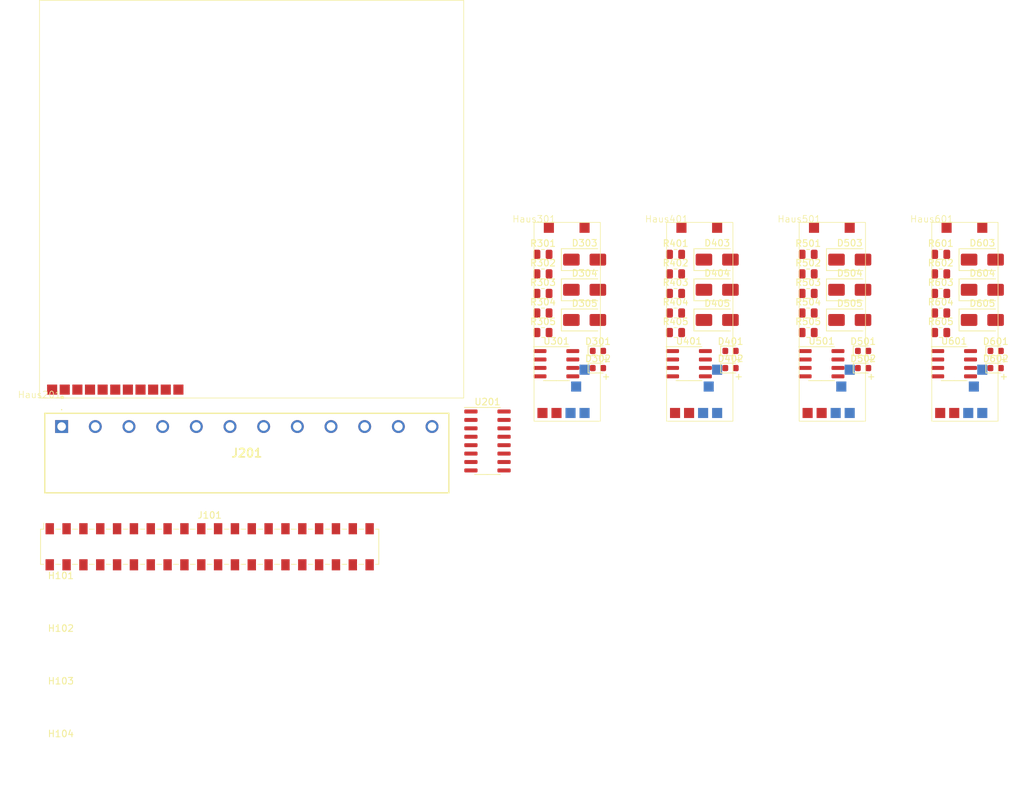
<source format=kicad_pcb>
(kicad_pcb (version 20221018) (generator pcbnew)
  (title_block (title "Heizung Pünterswis - pcb_zentral") (date "2023-11-19") (rev "0.1") (company "www.positron.ch") (comment 1 "Released under MIT Open-source License"))
  (layers (0 "F.Cu" signal) (31 "B.Cu" signal) (34 "B.Paste" user) (35 "F.Paste" user) (36 "B.SilkS" user "B.Silkscreen") (37 "F.SilkS" user "F.Silkscreen") (38 "B.Mask" user) (39 "F.Mask" user) (44 "Edge.Cuts" user))
  (net 0 "")
  (net 1 "GND")
  (net 2 "/Hausreihe D/Haus R/A")
  (net 3 "/Hausreihe D/Haus R/B")
  (net 4 "/Hausreihe D/Haus S/A")
  (net 5 "/Hausreihe D/Haus S/B")
  (net 6 "/Hausreihe D/485_0V")
  (net 7 "MODBUS_RO")
  (net 8 "MODBUS_DI")
  (net 9 "/Hausreihe D/BIT_IN")
  (net 10 "SHIFTREGISTER_OE")
  (net 11 "SHIFTREGISTER_CLOCK")
  (net 12 "/Hausreihe D/Haus R/ENABLE")
  (net 13 "/Hausreihe D/Haus S/ENABLE")
  (net 14 "/Hausreihe D/BIT_OUT")
  (net 24 "Net-(D301-K)")
  (net 25 "/Hausreihe D/Haus T/A")
  (net 26 "/Hausreihe D/Haus T/B")
  (net 27 "/Hausreihe D/Haus U/A")
  (net 28 "/Hausreihe D/Haus U/B")
  (net 29 "/Hausreihe D/Haus T/ENABLE")
  (net 30 "/Hausreihe D/Haus U/ENABLE")
  (net 66 "Net-(D302-K)")
  (net 67 "/Hausreihe D/Haus R/MODBUS_DE")
  (net 68 "Net-(D401-K)")
  (net 69 "+3V3")
  (net 70 "485_24V")
  (net 71 "/Hausreihe D/A")
  (net 72 "/Hausreihe D/B")
  (net 73 "Net-(D402-K)")
  (net 74 "/Hausreihe D/Haus S/MODBUS_DE")
  (net 75 "Net-(D501-K)")
  (net 76 "Net-(D502-K)")
  (net 77 "/Hausreihe D/Haus T/MODBUS_DE")
  (net 78 "Net-(D601-K)")
  (net 79 "Net-(D602-K)")
  (net 80 "/Hausreihe D/Haus U/MODBUS_DE")
  (net 81 "/Hausreihe D/Haus R/MODBUS_RE")
  (net 82 "/Hausreihe D/Haus S/MODBUS_RE")
  (net 83 "/Hausreihe D/Haus T/MODBUS_RE")
  (net 84 "/Hausreihe D/Haus U/MODBUS_RE")
  (footprint "Resistor_SMD:R_0805_2012Metric" (layer "F.Cu") (at 193.0985 170.243)
    (fp_text reference "R305" (at 0 -1.65) (layer "F.SilkS"))
    (fp_text value "4K7")
    (pad "1" smd roundrect (at -0.9125 0) (size 1.025 1.4) (layers "F.Cu" "F.Paste" "F.Mask") (roundrect_rratio 0.243902) (net 3 "/Hausreihe D/Haus R/B"))
    (pad "2" smd roundrect (at 0.9125 0) (size 1.025 1.4) (layers "F.Cu" "F.Paste" "F.Mask") (roundrect_rratio 0.243902) (net 69 "+3V3"))
  )
  (footprint "Resistor_SMD:R_0805_2012Metric" (layer "F.Cu") (at 253.0985 167.293)
    (fp_text reference "R604" (at 0 -1.65) (layer "F.SilkS"))
    (fp_text value "120")
    (pad "1" smd roundrect (at -0.9125 0) (size 1.025 1.4) (layers "F.Cu" "F.Paste" "F.Mask") (roundrect_rratio 0.243902) (net 27 "/Hausreihe D/Haus U/A"))
    (pad "2" smd roundrect (at 0.9125 0) (size 1.025 1.4) (layers "F.Cu" "F.Paste" "F.Mask") (roundrect_rratio 0.243902) (net 28 "/Hausreihe D/Haus U/B"))
  )
  (footprint "Diode_SMD:D_SMA" (layer "F.Cu") (at 239.3735 163.793)
    (fp_text reference "D504" (at 0 -2.5) (layer "F.SilkS"))
    (fp_text value "SMAJ6.5CA")
    (pad "1" smd roundrect (at -2 0) (size 2.5 1.8) (layers "F.Cu" "F.Paste" "F.Mask") (roundrect_rratio 0.1388888889) (net 26 "/Hausreihe D/Haus T/B"))
    (pad "2" smd roundrect (at 2 0) (size 2.5 1.8) (layers "F.Cu" "F.Paste" "F.Mask") (roundrect_rratio 0.1388888889) (net 25 "/Hausreihe D/Haus T/A"))
  )
  (footprint "Diode_SMD:D_SMA" (layer "F.Cu") (at 259.3735 159.243)
    (fp_text reference "D603" (at 0 -2.5) (layer "F.SilkS"))
    (fp_text value "SMAJ6.5CA")
    (pad "1" smd roundrect (at -2 0) (size 2.5 1.8) (layers "F.Cu" "F.Paste" "F.Mask") (roundrect_rratio 0.1388888889) (net 27 "/Hausreihe D/Haus U/A"))
    (pad "2" smd roundrect (at 2 0) (size 2.5 1.8) (layers "F.Cu" "F.Paste" "F.Mask") (roundrect_rratio 0.1388888889) (net 1 "GND"))
  )
  (footprint "Diode_SMD:D_SMA" (layer "F.Cu") (at 239.3735 168.343)
    (fp_text reference "D505" (at 0 -2.5) (layer "F.SilkS"))
    (fp_text value "SMAJ6.5CA")
    (pad "1" smd roundrect (at -2 0) (size 2.5 1.8) (layers "F.Cu" "F.Paste" "F.Mask") (roundrect_rratio 0.1388888889) (net 1 "GND"))
    (pad "2" smd roundrect (at 2 0) (size 2.5 1.8) (layers "F.Cu" "F.Paste" "F.Mask") (roundrect_rratio 0.1388888889) (net 26 "/Hausreihe D/Haus T/B"))
  )
  (footprint "Resistor_SMD:R_0805_2012Metric" (layer "F.Cu") (at 193.0985 158.443)
    (fp_text reference "R301" (at 0 -1.65) (layer "F.SilkS"))
    (fp_text value "470")
    (pad "1" smd roundrect (at -0.9125 0) (size 1.025 1.4) (layers "F.Cu" "F.Paste" "F.Mask") (roundrect_rratio 0.243902) (net 24 "Net-(D301-K)"))
    (pad "2" smd roundrect (at 0.9125 0) (size 1.025 1.4) (layers "F.Cu" "F.Paste" "F.Mask") (roundrect_rratio 0.243902) (net 81 "/Hausreihe D/Haus R/MODBUS_RE"))
  )
  (footprint "00_project_library:LED_0603_1608Metric" (layer "F.Cu") (at 221.3885 175.603)
    (fp_text reference "D402" (at 0 -1.43) (layer "F.SilkS"))
    (fp_text value "LED WHITE")
    (fp_text user "+" (at 0.508 1.8288 unlocked) (layer "F.SilkS") (effects (justify left bottom)))
    (pad "1" smd roundrect (at -0.7875 0) (size 0.875 0.95) (layers "F.Cu" "F.Paste" "F.Mask") (net 73 "Net-(D402-K)"))
    (pad "2" smd roundrect (at 0.7875 0) (size 0.875 0.95) (layers "F.Cu" "F.Paste" "F.Mask") (net 74 "/Hausreihe D/Haus S/MODBUS_DE"))
  )
  (footprint "Diode_SMD:D_SMA" (layer "F.Cu") (at 199.3735 159.243)
    (fp_text reference "D303" (at 0 -2.5) (layer "F.SilkS"))
    (fp_text value "SMAJ6.5CA")
    (pad "1" smd roundrect (at -2 0) (size 2.5 1.8) (layers "F.Cu" "F.Paste" "F.Mask") (roundrect_rratio 0.1388888889) (net 2 "/Hausreihe D/Haus R/A"))
    (pad "2" smd roundrect (at 2 0) (size 2.5 1.8) (layers "F.Cu" "F.Paste" "F.Mask") (roundrect_rratio 0.1388888889) (net 1 "GND"))
  )
  (footprint "Package_SO:SOIC-8_3.9x4.9mm_P1.27mm" (layer "F.Cu") (at 255.1185 174.943)
    (fp_text reference "U601" (at 0 -3.4) (layer "F.SilkS"))
    (fp_text value "SP3485EN-L/TR")
    (pad "1" smd roundrect (at -2.475 -1.905) (size 1.95 0.6) (layers "F.Cu" "F.Paste" "F.Mask") (net 7 "MODBUS_RO"))
    (pad "2" smd roundrect (at -2.475 -0.635) (size 1.95 0.6) (layers "F.Cu" "F.Paste" "F.Mask") (net 84 "/Hausreihe D/Haus U/MODBUS_RE"))
    (pad "3" smd roundrect (at -2.475 0.635) (size 1.95 0.6) (layers "F.Cu" "F.Paste" "F.Mask") (net 80 "/Hausreihe D/Haus U/MODBUS_DE"))
    (pad "4" smd roundrect (at -2.475 1.905) (size 1.95 0.6) (layers "F.Cu" "F.Paste" "F.Mask") (net 8 "MODBUS_DI"))
    (pad "5" smd roundrect (at 2.475 1.905) (size 1.95 0.6) (layers "F.Cu" "F.Paste" "F.Mask") (net 1 "GND"))
    (pad "6" smd roundrect (at 2.475 0.635) (size 1.95 0.6) (layers "F.Cu" "F.Paste" "F.Mask") (net 27 "/Hausreihe D/Haus U/A"))
    (pad "7" smd roundrect (at 2.475 -0.635) (size 1.95 0.6) (layers "F.Cu" "F.Paste" "F.Mask") (net 28 "/Hausreihe D/Haus U/B"))
    (pad "8" smd roundrect (at 2.475 -1.905) (size 1.95 0.6) (layers "F.Cu" "F.Paste" "F.Mask") (net 69 "+3V3"))
  )
  (footprint "Resistor_SMD:R_0805_2012Metric" (layer "F.Cu") (at 233.0985 164.343)
    (fp_text reference "R503" (at 0 -1.65) (layer "F.SilkS"))
    (fp_text value "4K7")
    (pad "1" smd roundrect (at -0.9125 0) (size 1.025 1.4) (layers "F.Cu" "F.Paste" "F.Mask") (roundrect_rratio 0.243902) (net 1 "GND"))
    (pad "2" smd roundrect (at 0.9125 0) (size 1.025 1.4) (layers "F.Cu" "F.Paste" "F.Mask") (roundrect_rratio 0.243902) (net 25 "/Hausreihe D/Haus T/A"))
  )
  (footprint "Resistor_SMD:R_0805_2012Metric" (layer "F.Cu") (at 213.0985 161.393)
    (fp_text reference "R402" (at 0 -1.65) (layer "F.SilkS"))
    (fp_text value "470")
    (pad "1" smd roundrect (at -0.9125 0) (size 1.025 1.4) (layers "F.Cu" "F.Paste" "F.Mask") (roundrect_rratio 0.243902) (net 73 "Net-(D402-K)"))
    (pad "2" smd roundrect (at 0.9125 0) (size 1.025 1.4) (layers "F.Cu" "F.Paste" "F.Mask") (roundrect_rratio 0.243902) (net 1 "GND"))
  )
  (footprint "Diode_SMD:D_SMA" (layer "F.Cu") (at 259.3735 163.793)
    (fp_text reference "D604" (at 0 -2.5) (layer "F.SilkS"))
    (fp_text value "SMAJ6.5CA")
    (pad "1" smd roundrect (at -2 0) (size 2.5 1.8) (layers "F.Cu" "F.Paste" "F.Mask") (roundrect_rratio 0.1388888889) (net 28 "/Hausreihe D/Haus U/B"))
    (pad "2" smd roundrect (at 2 0) (size 2.5 1.8) (layers "F.Cu" "F.Paste" "F.Mask") (roundrect_rratio 0.1388888889) (net 27 "/Hausreihe D/Haus U/A"))
  )
  (footprint "Resistor_SMD:R_0805_2012Metric" (layer "F.Cu") (at 213.0985 167.293)
    (fp_text reference "R404" (at 0 -1.65) (layer "F.SilkS"))
    (fp_text value "120")
    (pad "1" smd roundrect (at -0.9125 0) (size 1.025 1.4) (layers "F.Cu" "F.Paste" "F.Mask") (roundrect_rratio 0.243902) (net 4 "/Hausreihe D/Haus S/A"))
    (pad "2" smd roundrect (at 0.9125 0) (size 1.025 1.4) (layers "F.Cu" "F.Paste" "F.Mask") (roundrect_rratio 0.243902) (net 5 "/Hausreihe D/Haus S/B"))
  )
  (footprint "Diode_SMD:D_SMA" (layer "F.Cu") (at 219.3735 168.343)
    (fp_text reference "D405" (at 0 -2.5) (layer "F.SilkS"))
    (fp_text value "SMAJ6.5CA")
    (pad "1" smd roundrect (at -2 0) (size 2.5 1.8) (layers "F.Cu" "F.Paste" "F.Mask") (roundrect_rratio 0.1388888889) (net 1 "GND"))
    (pad "2" smd roundrect (at 2 0) (size 2.5 1.8) (layers "F.Cu" "F.Paste" "F.Mask") (roundrect_rratio 0.1388888889) (net 5 "/Hausreihe D/Haus S/B"))
  )
  (footprint "Resistor_SMD:R_0805_2012Metric" (layer "F.Cu") (at 233.0985 158.443)
    (fp_text reference "R501" (at 0 -1.65) (layer "F.SilkS"))
    (fp_text value "470")
    (pad "1" smd roundrect (at -0.9125 0) (size 1.025 1.4) (layers "F.Cu" "F.Paste" "F.Mask") (roundrect_rratio 0.243902) (net 75 "Net-(D501-K)"))
    (pad "2" smd roundrect (at 0.9125 0) (size 1.025 1.4) (layers "F.Cu" "F.Paste" "F.Mask") (roundrect_rratio 0.243902) (net 83 "/Hausreihe D/Haus T/MODBUS_RE"))
  )
  (footprint "Diode_SMD:D_SMA" (layer "F.Cu") (at 239.3735 159.243)
    (fp_text reference "D503" (at 0 -2.5) (layer "F.SilkS"))
    (fp_text value "SMAJ6.5CA")
    (pad "1" smd roundrect (at -2 0) (size 2.5 1.8) (layers "F.Cu" "F.Paste" "F.Mask") (roundrect_rratio 0.1388888889) (net 25 "/Hausreihe D/Haus T/A"))
    (pad "2" smd roundrect (at 2 0) (size 2.5 1.8) (layers "F.Cu" "F.Paste" "F.Mask") (roundrect_rratio 0.1388888889) (net 1 "GND"))
  )
  (footprint "MountingHole:MountingHole_3.2mm_M3" (layer "F.Cu") (at 120.3605 234.969)
    (fp_text reference "H104" (at 0 -4.2) (layer "F.SilkS"))
    (fp_text value "MountingHole")
    (pad "" np_thru_hole circle (at 0 0) (size 3.2 3.2) (drill 3.2) (layers "*.Cu" "*.Mask"))
  )
  (footprint "00_project_library:weidmueller_SL5.08HC-12-90" (layer "F.Cu") (at 120.4755 184.424)
    (fp_text reference "J201" (at 27.94 4) (layer "F.SilkS") (effects (font (size 1.27 1.27) (thickness 0.254))))
    (fp_text value "weidmueller_SL5.08HC-12-90" hide)
    (fp_text user "*" (at -0.4064 -3.5052 unlocked) (layer "F.SilkS") (effects (justify left bottom)))
    (pad "1" thru_hole rect (at 0 0) (size 1.95 1.95) (drill 1.3) (layers "*.Cu" "*.Mask") (net 6 "/Hausreihe D/485_0V"))
    (pad "2" thru_hole circle (at 5.08 0) (size 1.95 1.95) (drill 1.3) (layers "*.Cu" "*.Mask") (net 70 "485_24V"))
    (pad "3" thru_hole circle (at 10.16 0) (size 1.95 1.95) (drill 1.3) (layers "*.Cu" "*.Mask"))
    (pad "4" thru_hole circle (at 15.24 0) (size 1.95 1.95) (drill 1.3) (layers "*.Cu" "*.Mask"))
    (pad "5" thru_hole circle (at 20.32 0) (size 1.95 1.95) (drill 1.3) (layers "*.Cu" "*.Mask") (net 2 "/Hausreihe D/Haus R/A"))
    (pad "6" thru_hole circle (at 25.4 0) (size 1.95 1.95) (drill 1.3) (layers "*.Cu" "*.Mask") (net 3 "/Hausreihe D/Haus R/B"))
    (pad "7" thru_hole circle (at 30.48 0) (size 1.95 1.95) (drill 1.3) (layers "*.Cu" "*.Mask") (net 4 "/Hausreihe D/Haus S/A"))
    (pad "8" thru_hole circle (at 35.56 0) (size 1.95 1.95) (drill 1.3) (layers "*.Cu" "*.Mask"))
    (pad "9" thru_hole circle (at 40.64 0) (size 1.95 1.95) (drill 1.3) (layers "*.Cu" "*.Mask"))
    (pad "10" thru_hole circle (at 45.72 0) (size 1.95 1.95) (drill 1.3) (layers "*.Cu" "*.Mask"))
    (pad "11" thru_hole circle (at 50.8 0) (size 1.95 1.95) (drill 1.3) (layers "*.Cu" "*.Mask"))
    (pad "12" thru_hole circle (at 55.88 0) (size 1.95 1.95) (drill 1.3) (layers "*.Cu" "*.Mask"))
  )
  (footprint "Resistor_SMD:R_0805_2012Metric" (layer "F.Cu") (at 253.0985 164.343)
    (fp_text reference "R603" (at 0 -1.65) (layer "F.SilkS"))
    (fp_text value "4K7")
    (pad "1" smd roundrect (at -0.9125 0) (size 1.025 1.4) (layers "F.Cu" "F.Paste" "F.Mask") (roundrect_rratio 0.243902) (net 1 "GND"))
    (pad "2" smd roundrect (at 0.9125 0) (size 1.025 1.4) (layers "F.Cu" "F.Paste" "F.Mask") (roundrect_rratio 0.243902) (net 27 "/Hausreihe D/Haus U/A"))
  )
  (footprint "00_project_library:LED_0603_1608Metric" (layer "F.Cu") (at 221.3885 173.013)
    (fp_text reference "D401" (at 0 -1.43) (layer "F.SilkS"))
    (fp_text value "LED GREEN")
    (fp_text user "+" (at 0.508 1.8288 unlocked) (layer "F.SilkS") (effects (justify left bottom)))
    (pad "1" smd roundrect (at -0.7875 0) (size 0.875 0.95) (layers "F.Cu" "F.Paste" "F.Mask") (net 68 "Net-(D401-K)"))
    (pad "2" smd roundrect (at 0.7875 0) (size 0.875 0.95) (layers "F.Cu" "F.Paste" "F.Mask") (net 69 "+3V3"))
  )
  (footprint "Resistor_SMD:R_0805_2012Metric" (layer "F.Cu") (at 253.0985 161.393)
    (fp_text reference "R602" (at 0 -1.65) (layer "F.SilkS"))
    (fp_text value "470")
    (pad "1" smd roundrect (at -0.9125 0) (size 1.025 1.4) (layers "F.Cu" "F.Paste" "F.Mask") (roundrect_rratio 0.243902) (net 79 "Net-(D602-K)"))
    (pad "2" smd roundrect (at 0.9125 0) (size 1.025 1.4) (layers "F.Cu" "F.Paste" "F.Mask") (roundrect_rratio 0.243902) (net 1 "GND"))
  )
  (footprint "Resistor_SMD:R_0805_2012Metric" (layer "F.Cu") (at 233.0985 167.293)
    (fp_text reference "R504" (at 0 -1.65) (layer "F.SilkS"))
    (fp_text value "120")
    (pad "1" smd roundrect (at -0.9125 0) (size 1.025 1.4) (layers "F.Cu" "F.Paste" "F.Mask") (roundrect_rratio 0.243902) (net 25 "/Hausreihe D/Haus T/A"))
    (pad "2" smd roundrect (at 0.9125 0) (size 1.025 1.4) (layers "F.Cu" "F.Paste" "F.Mask") (roundrect_rratio 0.243902) (net 26 "/Hausreihe D/Haus T/B"))
  )
  (footprint "00_project_library:LED_0603_1608Metric" (layer "F.Cu") (at 261.3885 173.013)
    (fp_text reference "D601" (at 0 -1.43) (layer "F.SilkS"))
    (fp_text value "LED GREEN")
    (fp_text user "+" (at 0.508 1.8288 unlocked) (layer "F.SilkS") (effects (justify left bottom)))
    (pad "1" smd roundrect (at -0.7875 0) (size 0.875 0.95) (layers "F.Cu" "F.Paste" "F.Mask") (net 78 "Net-(D601-K)"))
    (pad "2" smd roundrect (at 0.7875 0) (size 0.875 0.95) (layers "F.Cu" "F.Paste" "F.Mask") (net 69 "+3V3"))
  )
  (footprint "Package_SO:SOIC-8_3.9x4.9mm_P1.27mm" (layer "F.Cu") (at 215.1185 174.943)
    (fp_text reference "U401" (at 0 -3.4) (layer "F.SilkS"))
    (fp_text value "SP3485EN-L/TR")
    (pad "1" smd roundrect (at -2.475 -1.905) (size 1.95 0.6) (layers "F.Cu" "F.Paste" "F.Mask") (net 7 "MODBUS_RO"))
    (pad "2" smd roundrect (at -2.475 -0.635) (size 1.95 0.6) (layers "F.Cu" "F.Paste" "F.Mask") (net 82 "/Hausreihe D/Haus S/MODBUS_RE"))
    (pad "3" smd roundrect (at -2.475 0.635) (size 1.95 0.6) (layers "F.Cu" "F.Paste" "F.Mask") (net 74 "/Hausreihe D/Haus S/MODBUS_DE"))
    (pad "4" smd roundrect (at -2.475 1.905) (size 1.95 0.6) (layers "F.Cu" "F.Paste" "F.Mask") (net 8 "MODBUS_DI"))
    (pad "5" smd roundrect (at 2.475 1.905) (size 1.95 0.6) (layers "F.Cu" "F.Paste" "F.Mask") (net 1 "GND"))
    (pad "6" smd roundrect (at 2.475 0.635) (size 1.95 0.6) (layers "F.Cu" "F.Paste" "F.Mask") (net 4 "/Hausreihe D/Haus S/A"))
    (pad "7" smd roundrect (at 2.475 -0.635) (size 1.95 0.6) (layers "F.Cu" "F.Paste" "F.Mask") (net 5 "/Hausreihe D/Haus S/B"))
    (pad "8" smd roundrect (at 2.475 -1.905) (size 1.95 0.6) (layers "F.Cu" "F.Paste" "F.Mask") (net 69 "+3V3"))
  )
  (footprint "00_project_library:LED_0603_1608Metric" (layer "F.Cu") (at 261.3885 175.603)
    (fp_text reference "D602" (at 0 -1.43) (layer "F.SilkS"))
    (fp_text value "LED WHITE")
    (fp_text user "+" (at 0.508 1.8288 unlocked) (layer "F.SilkS") (effects (justify left bottom)))
    (pad "1" smd roundrect (at -0.7875 0) (size 0.875 0.95) (layers "F.Cu" "F.Paste" "F.Mask") (net 79 "Net-(D602-K)"))
    (pad "2" smd roundrect (at 0.7875 0) (size 0.875 0.95) (layers "F.Cu" "F.Paste" "F.Mask") (net 80 "/Hausreihe D/Haus U/MODBUS_DE"))
  )
  (footprint "00_project_library:floor_Haus" (layer "F.Cu") (at 211.7455 153.624)
    (fp_text reference "Haus401" (at 0 -0.5 unlocked) (layer "F.SilkS") (effects (font (thickness 0.1))))
    (fp_text value "~")
    (pad "1" connect rect (at 2.2352 0.8128) (size 1.524 1.524) (layers "F.Cu" "F.Mask") (net 4 "/Hausreihe D/Haus S/A"))
    (pad "2" connect rect (at 7.62 0.8128) (size 1.524 1.524) (layers "F.Cu" "F.Mask") (net 5 "/Hausreihe D/Haus S/B"))
    (pad "3" connect rect (at 1.27 28.7528) (size 1.524 1.524) (layers "F.Cu" "F.Mask") (net 69 "+3V3"))
    (pad "4" connect rect (at 3.386666 28.7528) (size 1.524 1.524) (layers "F.Cu" "F.Mask") (net 13 "/Hausreihe D/Haus S/ENABLE"))
    (pad "5" connect rect (at 5.503332 28.7528) (size 1.524 1.524) (layers "B.Cu" "B.Mask") (net 7 "MODBUS_RO"))
    (pad "6" connect rect (at 7.62 28.7528) (size 1.524 1.524) (layers "B.Cu" "B.Mask") (net 8 "MODBUS_DI"))
    (pad "7" connect rect (at 6.35 24.765) (size 1.524 1.524) (layers "B.Cu" "B.Mask") (net 82 "/Hausreihe D/Haus S/MODBUS_RE"))
    (pad "8" connect rect (at 7.62 22.225) (size 1.524 1.524) (layers "B.Cu" "B.Mask") (net 74 "/Hausreihe D/Haus S/MODBUS_DE"))
  )
  (footprint "Package_SO:SOP-16_3.9x9.9mm_P1.27mm" (layer "F.Cu") (at 184.7205 186.599)
    (fp_text reference "U201" (at 0 -5.9) (layer "F.SilkS"))
    (fp_text value "shiftregister_74HC595")
    (pad "1" smd roundrect (at -2.5 -4.445) (size 2 0.6) (layers "F.Cu" "F.Paste" "F.Mask") (net 67 "/Hausreihe D/Haus R/MODBUS_DE"))
    (pad "2" smd roundrect (at -2.5 -3.175) (size 2 0.6) (layers "F.Cu" "F.Paste" "F.Mask"))
    (pad "3" smd roundrect (at -2.5 -1.905) (size 2 0.6) (layers "F.Cu" "F.Paste" "F.Mask"))
    (pad "4" smd roundrect (at -2.5 -0.635) (size 2 0.6) (layers "F.Cu" "F.Paste" "F.Mask"))
    (pad "5" smd roundrect (at -2.5 0.635) (size 2 0.6) (layers "F.Cu" "F.Paste" "F.Mask"))
    (pad "6" smd roundrect (at -2.5 1.905) (size 2 0.6) (layers "F.Cu" "F.Paste" "F.Mask"))
    (pad "7" smd roundrect (at -2.5 3.175) (size 2 0.6) (layers "F.Cu" "F.Paste" "F.Mask"))
    (pad "8" smd roundrect (at -2.5 4.445) (size 2 0.6) (layers "F.Cu" "F.Paste" "F.Mask") (net 1 "GND"))
    (pad "9" smd roundrect (at 2.5 4.445) (size 2 0.6) (layers "F.Cu" "F.Paste" "F.Mask") (net 14 "/Hausreihe D/BIT_OUT"))
    (pad "10" smd roundrect (at 2.5 3.175) (size 2 0.6) (layers "F.Cu" "F.Paste" "F.Mask"))
    (pad "11" smd roundrect (at 2.5 1.905) (size 2 0.6) (layers "F.Cu" "F.Paste" "F.Mask") (net 11 "SHIFTREGISTER_CLOCK"))
    (pad "12" smd roundrect (at 2.5 0.635) (size 2 0.6) (layers "F.Cu" "F.Paste" "F.Mask"))
    (pad "13" smd roundrect (at 2.5 -0.635) (size 2 0.6) (layers "F.Cu" "F.Paste" "F.Mask") (net 10 "SHIFTREGISTER_OE"))
    (pad "14" smd roundrect (at 2.5 -1.905) (size 2 0.6) (layers "F.Cu" "F.Paste" "F.Mask") (net 9 "/Hausreihe D/BIT_IN"))
    (pad "15" smd roundrect (at 2.5 -3.175) (size 2 0.6) (layers "F.Cu" "F.Paste" "F.Mask") (net 81 "/Hausreihe D/Haus R/MODBUS_RE"))
    (pad "16" smd roundrect (at 2.5 -4.445) (size 2 0.6) (layers "F.Cu" "F.Paste" "F.Mask"))
  )
  (footprint "Resistor_SMD:R_0805_2012Metric" (layer "F.Cu") (at 193.0985 167.293)
    (fp_text reference "R304" (at 0 -1.65) (layer "F.SilkS"))
    (fp_text value "120")
    (pad "1" smd roundrect (at -0.9125 0) (size 1.025 1.4) (layers "F.Cu" "F.Paste" "F.Mask") (roundrect_rratio 0.243902) (net 2 "/Hausreihe D/Haus R/A"))
    (pad "2" smd roundrect (at 0.9125 0) (size 1.025 1.4) (layers "F.Cu" "F.Paste" "F.Mask") (roundrect_rratio 0.243902) (net 3 "/Hausreihe D/Haus R/B"))
  )
  (footprint "Resistor_SMD:R_0805_2012Metric" (layer "F.Cu") (at 233.0985 170.243)
    (fp_text reference "R505" (at 0 -1.65) (layer "F.SilkS"))
    (fp_text value "4K7")
    (pad "1" smd roundrect (at -0.9125 0) (size 1.025 1.4) (layers "F.Cu" "F.Paste" "F.Mask") (roundrect_rratio 0.243902) (net 26 "/Hausreihe D/Haus T/B"))
    (pad "2" smd roundrect (at 0.9125 0) (size 1.025 1.4) (layers "F.Cu" "F.Paste" "F.Mask") (roundrect_rratio 0.243902) (net 69 "+3V3"))
  )
  (footprint "00_project_library:LED_0603_1608Metric" (layer "F.Cu") (at 241.3885 175.603)
    (fp_text reference "D502" (at 0 -1.43) (layer "F.SilkS"))
    (fp_text value "LED WHITE")
    (fp_text user "+" (at 0.508 1.8288 unlocked) (layer "F.SilkS") (effects (justify left bottom)))
    (pad "1" smd roundrect (at -0.7875 0) (size 0.875 0.95) (layers "F.Cu" "F.Paste" "F.Mask") (net 76 "Net-(D502-K)"))
    (pad "2" smd roundrect (at 0.7875 0) (size 0.875 0.95) (layers "F.Cu" "F.Paste" "F.Mask") (net 77 "/Hausreihe D/Haus T/MODBUS_DE"))
  )
  (footprint "MountingHole:MountingHole_3.2mm_M3" (layer "F.Cu") (at 120.3605 211.119)
    (fp_text reference "H101" (at 0 -4.2) (layer "F.SilkS"))
    (fp_text value "MountingHole")
    (pad "" np_thru_hole circle (at 0 0) (size 3.2 3.2) (drill 3.2) (layers "*.Cu" "*.Mask"))
  )
  (footprint "00_project_library:rpi_zero_bottom" (layer "F.Cu") (at 142.8105 202.559)
    (fp_text reference "J101" (at 0 -4.76) (layer "F.SilkS"))
    (fp_text value "pi_zero" hide)
    (pad "" np_thru_hole circle (at -24.13 -1.27) (size 0.97 0.97) (drill 0.97) (layers "*.Cu" "*.Mask"))
    (pad "" np_thru_hole circle (at -24.13 1.27) (size 0.97 0.97) (drill 0.97) (layers "*.Cu" "*.Mask"))
    (pad "" np_thru_hole circle (at -22.86 0) (size 1.78 1.78) (drill 1.78) (layers "*.Cu" "*.Mask"))
    (pad "" np_thru_hole circle (at -21.59 -1.27) (size 0.97 0.97) (drill 0.97) (layers "*.Cu" "*.Mask"))
    (pad "" np_thru_hole circle (at -21.59 1.27) (size 0.97 0.97) (drill 0.97) (layers "*.Cu" "*.Mask"))
    (pad "" np_thru_hole circle (at -19.05 -1.27) (size 0.97 0.97) (drill 0.97) (layers "*.Cu" "*.Mask"))
    (pad "" np_thru_hole circle (at -19.05 1.27) (size 0.97 0.97) (drill 0.97) (layers "*.Cu" "*.Mask"))
    (pad "" np_thru_hole circle (at -16.51 -1.27) (size 0.97 0.97) (drill 0.97) (layers "*.Cu" "*.Mask"))
    (pad "" np_thru_hole circle (at -16.51 1.27) (size 0.97 0.97) (drill 0.97) (layers "*.Cu" "*.Mask"))
    (pad "" np_thru_hole circle (at -13.97 -1.27) (size 0.97 0.97) (drill 0.97) (layers "*.Cu" "*.Mask"))
    (pad "" np_thru_hole circle (at -13.97 1.27) (size 0.97 0.97) (drill 0.97) (layers "*.Cu" "*.Mask"))
    (pad "" np_thru_hole circle (at -11.43 -1.27) (size 0.97 0.97) (drill 0.97) (layers "*.Cu" "*.Mask"))
    (pad "" np_thru_hole circle (at -11.43 1.27) (size 0.97 0.97) (drill 0.97) (layers "*.Cu" "*.Mask"))
    (pad "" np_thru_hole circle (at -8.89 -1.27) (size 0.97 0.97) (drill 0.97) (layers "*.Cu" "*.Mask"))
    (pad "" np_thru_hole circle (at -8.89 1.27) (size 0.97 0.97) (drill 0.97) (layers "*.Cu" "*.Mask"))
    (pad "" np_thru_hole circle (at -6.35 -1.27) (size 0.97 0.97) (drill 0.97) (layers "*.Cu" "*.Mask"))
    (pad "" np_thru_hole circle (at -6.35 1.27) (size 0.97 0.97) (drill 0.97) (layers "*.Cu" "*.Mask"))
    (pad "" np_thru_hole circle (at -3.81 -1.27) (size 0.97 0.97) (drill 0.97) (layers "*.Cu" "*.Mask"))
    (pad "" np_thru_hole circle (at -3.81 1.27) (size 0.97 0.97) (drill 0.97) (layers "*.Cu" "*.Mask"))
    (pad "" np_thru_hole circle (at -1.27 -1.27) (size 0.97 0.97) (drill 0.97) (layers "*.Cu" "*.Mask"))
    (pad "" np_thru_hole circle (at -1.27 1.27) (size 0.97 0.97) (drill 0.97) (layers "*.Cu" "*.Mask"))
    (pad "" np_thru_hole circle (at 1.27 -1.27) (size 0.97 0.97) (drill 0.97) (layers "*.Cu" "*.Mask"))
    (pad "" np_thru_hole circle (at 1.27 1.27) (size 0.97 0.97) (drill 0.97) (layers "*.Cu" "*.Mask"))
    (pad "" np_thru_hole circle (at 3.81 -1.27) (size 0.97 0.97) (drill 0.97) (layers "*.Cu" "*.Mask"))
    (pad "" np_thru_hole circle (at 3.81 1.27) (size 0.97 0.97) (drill 0.97) (layers "*.Cu" "*.Mask"))
    (pad "" np_thru_hole circle (at 6.35 -1.27) (size 0.97 0.97) (drill 0.97) (layers "*.Cu" "*.Mask"))
    (pad "" np_thru_hole circle (at 6.35 1.27) (size 0.97 0.97) (drill 0.97) (layers "*.Cu" "*.Mask"))
    (pad "" np_thru_hole circle (at 8.89 -1.27) (size 0.97 0.97) (drill 0.97) (layers "*.Cu" "*.Mask"))
    (pad "" np_thru_hole circle (at 8.89 1.27) (size 0.97 0.97) (drill 0.97) (layers "*.Cu" "*.Mask"))
    (pad "" np_thru_hole circle (at 11.43 -1.27) (size 0.97 0.97) (drill 0.97) (layers "*.Cu" "*.Mask"))
    (pad "" np_thru_hole circle (at 11.43 1.27) (size 0.97 0.97) (drill 0.97) (layers "*.Cu" "*.Mask"))
    (pad "" np_thru_hole circle (at 13.97 -1.27) (size 0.97 0.97) (drill 0.97) (layers "*.Cu" "*.Mask"))
    (pad "" np_thru_hole circle (at 13.97 1.27) (size 0.97 0.97) (drill 0.97) (layers "*.Cu" "*.Mask"))
    (pad "" np_thru_hole circle (at 16.51 -1.27) (size 0.97 0.97) (drill 0.97) (layers "*.Cu" "*.Mask"))
    (pad "" np_thru_hole circle (at 16.51 1.27) (size 0.97 0.97) (drill 0.97) (layers "*.Cu" "*.Mask"))
    (pad "" np_thru_hole circle (at 19.05 -1.27) (size 0.97 0.97) (drill 0.97) (layers "*.Cu" "*.Mask"))
    (pad "" np_thru_hole circle (at 19.05 1.27) (size 0.97 0.97) (drill 0.97) (layers "*.Cu" "*.Mask"))
    (pad "" np_thru_hole circle (at 21.59 -1.27) (size 0.97 0.97) (drill 0.97) (layers "*.Cu" "*.Mask"))
    (pad "" np_thru_hole circle (at 21.59 1.27) (size 0.97 0.97) (drill 0.97) (layers "*.Cu" "*.Mask"))
    (pad "" np_thru_hole circle (at 22.86 0) (size 1.78 1.78) (drill 1.78) (layers "*.Cu" "*.Mask"))
    (pad "" np_thru_hole circle (at 24.13 -1.27) (size 0.97 0.97) (drill 0.97) (layers "*.Cu" "*.Mask"))
    (pad "" np_thru_hole circle (at 24.13 1.27) (size 0.97 0.97) (drill 0.97) (layers "*.Cu" "*.Mask"))
    (pad "1" smd rect (at -24.13 -2.72) (size 1.27 1.68) (layers "F.Cu" "F.Paste" "F.Mask"))
    (pad "2" smd rect (at -24.13 2.72) (size 1.27 1.68) (layers "F.Cu" "F.Paste" "F.Mask"))
    (pad "3" smd rect (at -21.59 -2.72) (size 1.27 1.68) (layers "F.Cu" "F.Paste" "F.Mask"))
    (pad "4" smd rect (at -21.59 2.72) (size 1.27 1.68) (layers "F.Cu" "F.Paste" "F.Mask"))
    (pad "5" smd rect (at -19.05 -2.72) (size 1.27 1.68) (layers "F.Cu" "F.Paste" "F.Mask"))
    (pad "6" smd rect (at -19.05 2.72) (size 1.27 1.68) (layers "F.Cu" "F.Paste" "F.Mask"))
    (pad "7" smd rect (at -16.51 -2.72) (size 1.27 1.68) (layers "F.Cu" "F.Paste" "F.Mask"))
    (pad "8" smd rect (at -16.51 2.72) (size 1.27 1.68) (layers "F.Cu" "F.Paste" "F.Mask") (net 7 "MODBUS_RO"))
    (pad "9" smd rect (at -13.97 -2.72) (size 1.27 1.68) (layers "F.Cu" "F.Paste" "F.Mask"))
    (pad "10" smd rect (at -13.97 2.72) (size 1.27 1.68) (layers "F.Cu" "F.Paste" "F.Mask") (net 8 "MODBUS_DI"))
    (pad "11" smd rect (at -11.43 -2.72) (size 1.27 1.68) (layers "F.Cu" "F.Paste" "F.Mask"))
    (pad "12" smd rect (at -11.43 2.72) (size 1.27 1.68) (layers "F.Cu" "F.Paste" "F.Mask") (net 9 "/Hausreihe D/BIT_IN"))
    (pad "13" smd rect (at -8.89 -2.72) (size 1.27 1.68) (layers "F.Cu" "F.Paste" "F.Mask"))
    (pad "14" smd rect (at -8.89 2.72) (size 1.27 1.68) (layers "F.Cu" "F.Paste" "F.Mask"))
    (pad "15" smd rect (at -6.35 -2.72) (size 1.27 1.68) (layers "F.Cu" "F.Paste" "F.Mask"))
    (pad "16" smd rect (at -6.35 2.72) (size 1.27 1.68) (layers "F.Cu" "F.Paste" "F.Mask") (net 10 "SHIFTREGISTER_OE"))
    (pad "17" smd rect (at -3.81 -2.72) (size 1.27 1.68) (layers "F.Cu" "F.Paste" "F.Mask"))
    (pad "18" smd rect (at -3.81 2.72) (size 1.27 1.68) (layers "F.Cu" "F.Paste" "F.Mask") (net 11 "SHIFTREGISTER_CLOCK"))
    (pad "19" smd rect (at -1.27 -2.72) (size 1.27 1.68) (layers "F.Cu" "F.Paste" "F.Mask"))
    (pad "20" smd rect (at -1.27 2.72) (size 1.27 1.68) (layers "F.Cu" "F.Paste" "F.Mask"))
    (pad "21" smd rect (at 1.27 -2.72) (size 1.27 1.68) (layers "F.Cu" "F.Paste" "F.Mask"))
    (pad "22" smd rect (at 1.27 2.72) (size 1.27 1.68) (layers "F.Cu" "F.Paste" "F.Mask"))
    (pad "23" smd rect (at 3.81 -2.72) (size 1.27 1.68) (layers "F.Cu" "F.Paste" "F.Mask"))
    (pad "24" smd rect (at 3.81 2.72) (size 1.27 1.68) (layers "F.Cu" "F.Paste" "F.Mask"))
    (pad "25" smd rect (at 6.35 -2.72) (size 1.27 1.68) (layers "F.Cu" "F.Paste" "F.Mask"))
    (pad "26" smd rect (at 6.35 2.72) (size 1.27 1.68) (layers "F.Cu" "F.Paste" "F.Mask"))
    (pad "27" smd rect (at 8.89 -2.72) (size 1.27 1.68) (layers "F.Cu" "F.Paste" "F.Mask"))
    (pad "28" smd rect (at 8.89 2.72) (size 1.27 1.68) (layers "F.Cu" "F.Paste" "F.Mask"))
    (pad "29" smd rect (at 11.43 -2.72) (size 1.27 1.68) (layers "F.Cu" "F.Paste" "F.Mask"))
    (pad "30" smd rect (at 11.43 2.72) (size 1.27 1.68) (layers "F.Cu" "F.Paste" "F.Mask"))
    (pad "31" smd rect (at 13.97 -2.72) (size 1.27 1.68) (layers "F.Cu" "F.Paste" "F.Mask"))
    (pad "32" smd rect (at 13.97 2.72) (size 1.27 1.68) (layers "F.Cu" "F.Paste" "F.Mask"))
    (pad "33" smd rect (at 16.51 -2.72) (size 1.27 1.68) (layers "F.Cu" "F.Paste" "F.Mask"))
    (pad "34" smd rect (at 16.51 2.72) (size 1.27 1.68) (layers "F.Cu" "F.Paste" "F.Mask"))
    (pad "35" smd rect (at 19.05 -2.72) (size 1.27 1.68) (layers "F.Cu" "F.Paste" "F.Mask"))
    (pad "36" smd rect (at 19.05 2.72) (size 1.27 1.68) (layers "F.Cu" "F.Paste" "F.Mask"))
    (pad "37" smd rect (at 21.59 -2.72) (size 1.27 1.68) (layers "F.Cu" "F.Paste" "F.Mask"))
    (pad "38" smd rect (at 21.59 2.72) (size 1.27 1.68) (layers "F.Cu" "F.Paste" "F.Mask"))
    (pad "39" smd rect (at 24.13 -2.72) (size 1.27 1.68) (layers "F.Cu" "F.Paste" "F.Mask"))
    (pad "40" smd rect (at 24.13 2.72) (size 1.27 1.68) (layers "F.Cu" "F.Paste" "F.Mask"))
  )
  (footprint "Resistor_SMD:R_0805_2012Metric" (layer "F.Cu") (at 213.0985 170.243)
    (fp_text reference "R405" (at 0 -1.65) (layer "F.SilkS"))
    (fp_text value "4K7")
    (pad "1" smd roundrect (at -0.9125 0) (size 1.025 1.4) (layers "F.Cu" "F.Paste" "F.Mask") (roundrect_rratio 0.243902) (net 5 "/Hausreihe D/Haus S/B"))
    (pad "2" smd roundrect (at 0.9125 0) (size 1.025 1.4) (layers "F.Cu" "F.Paste" "F.Mask") (roundrect_rratio 0.243902) (net 69 "+3V3"))
  )
  (footprint "00_project_library:floor_Haus" (layer "F.Cu") (at 231.7455 153.624)
    (fp_text reference "Haus501" (at 0 -0.5 unlocked) (layer "F.SilkS") (effects (font (thickness 0.1))))
    (fp_text value "~")
    (pad "1" connect rect (at 2.2352 0.8128) (size 1.524 1.524) (layers "F.Cu" "F.Mask") (net 25 "/Hausreihe D/Haus T/A"))
    (pad "2" connect rect (at 7.62 0.8128) (size 1.524 1.524) (layers "F.Cu" "F.Mask") (net 26 "/Hausreihe D/Haus T/B"))
    (pad "3" connect rect (at 1.27 28.7528) (size 1.524 1.524) (layers "F.Cu" "F.Mask") (net 69 "+3V3"))
    (pad "4" connect rect (at 3.386666 28.7528) (size 1.524 1.524) (layers "F.Cu" "F.Mask") (net 29 "/Hausreihe D/Haus T/ENABLE"))
    (pad "5" connect rect (at 5.503332 28.7528) (size 1.524 1.524) (layers "B.Cu" "B.Mask") (net 7 "MODBUS_RO"))
    (pad "6" connect rect (at 7.62 28.7528) (size 1.524 1.524) (layers "B.Cu" "B.Mask") (net 8 "MODBUS_DI"))
    (pad "7" connect rect (at 6.35 24.765) (size 1.524 1.524) (layers "B.Cu" "B.Mask") (net 83 "/Hausreihe D/Haus T/MODBUS_RE"))
    (pad "8" connect rect (at 7.62 22.225) (size 1.524 1.524) (layers "B.Cu" "B.Mask") (net 77 "/Hausreihe D/Haus T/MODBUS_DE"))
  )
  (footprint "00_project_library:LED_0603_1608Metric" (layer "F.Cu") (at 201.3885 175.603)
    (fp_text reference "D302" (at 0 -1.43) (layer "F.SilkS"))
    (fp_text value "LED WHITE")
    (fp_text user "+" (at 0.508 1.8288 unlocked) (layer "F.SilkS") (effects (justify left bottom)))
    (pad "1" smd roundrect (at -0.7875 0) (size 0.875 0.95) (layers "F.Cu" "F.Paste" "F.Mask") (net 66 "Net-(D302-K)"))
    (pad "2" smd roundrect (at 0.7875 0) (size 0.875 0.95) (layers "F.Cu" "F.Paste" "F.Mask") (net 67 "/Hausreihe D/Haus R/MODBUS_DE"))
  )
  (footprint "Diode_SMD:D_SMA" (layer "F.Cu") (at 219.3735 159.243)
    (fp_text reference "D403" (at 0 -2.5) (layer "F.SilkS"))
    (fp_text value "SMAJ6.5CA")
    (pad "1" smd roundrect (at -2 0) (size 2.5 1.8) (layers "F.Cu" "F.Paste" "F.Mask") (roundrect_rratio 0.1388888889) (net 4 "/Hausreihe D/Haus S/A"))
    (pad "2" smd roundrect (at 2 0) (size 2.5 1.8) (layers "F.Cu" "F.Paste" "F.Mask") (roundrect_rratio 0.1388888889) (net 1 "GND"))
  )
  (footprint "00_project_library:LED_0603_1608Metric" (layer "F.Cu") (at 241.3885 173.013)
    (fp_text reference "D501" (at 0 -1.43) (layer "F.SilkS"))
    (fp_text value "LED GREEN")
    (fp_text user "+" (at 0.508 1.8288 unlocked) (layer "F.SilkS") (effects (justify left bottom)))
    (pad "1" smd roundrect (at -0.7875 0) (size 0.875 0.95) (layers "F.Cu" "F.Paste" "F.Mask") (net 75 "Net-(D501-K)"))
    (pad "2" smd roundrect (at 0.7875 0) (size 0.875 0.95) (layers "F.Cu" "F.Paste" "F.Mask") (net 69 "+3V3"))
  )
  (footprint "Package_SO:SOIC-8_3.9x4.9mm_P1.27mm" (layer "F.Cu") (at 235.1185 174.943)
    (fp_text reference "U501" (at 0 -3.4) (layer "F.SilkS"))
    (fp_text value "SP3485EN-L/TR")
    (pad "1" smd roundrect (at -2.475 -1.905) (size 1.95 0.6) (layers "F.Cu" "F.Paste" "F.Mask") (net 7 "MODBUS_RO"))
    (pad "2" smd roundrect (at -2.475 -0.635) (size 1.95 0.6) (layers "F.Cu" "F.Paste" "F.Mask") (net 83 "/Hausreihe D/Haus T/MODBUS_RE"))
    (pad "3" smd roundrect (at -2.475 0.635) (size 1.95 0.6) (layers "F.Cu" "F.Paste" "F.Mask") (net 77 "/Hausreihe D/Haus T/MODBUS_DE"))
    (pad "4" smd roundrect (at -2.475 1.905) (size 1.95 0.6) (layers "F.Cu" "F.Paste" "F.Mask") (net 8 "MODBUS_DI"))
    (pad "5" smd roundrect (at 2.475 1.905) (size 1.95 0.6) (layers "F.Cu" "F.Paste" "F.Mask") (net 1 "GND"))
    (pad "6" smd roundrect (at 2.475 0.635) (size 1.95 0.6) (layers "F.Cu" "F.Paste" "F.Mask") (net 25 "/Hausreihe D/Haus T/A"))
    (pad "7" smd roundrect (at 2.475 -0.635) (size 1.95 0.6) (layers "F.Cu" "F.Paste" "F.Mask") (net 26 "/Hausreihe D/Haus T/B"))
    (pad "8" smd roundrect (at 2.475 -1.905) (size 1.95 0.6) (layers "F.Cu" "F.Paste" "F.Mask") (net 69 "+3V3"))
  )
  (footprint "Resistor_SMD:R_0805_2012Metric" (layer "F.Cu") (at 233.0985 161.393)
    (fp_text reference "R502" (at 0 -1.65) (layer "F.SilkS"))
    (fp_text value "470")
    (pad "1" smd roundrect (at -0.9125 0) (size 1.025 1.4) (layers "F.Cu" "F.Paste" "F.Mask") (roundrect_rratio 0.243902) (net 76 "Net-(D502-K)"))
    (pad "2" smd roundrect (at 0.9125 0) (size 1.025 1.4) (layers "F.Cu" "F.Paste" "F.Mask") (roundrect_rratio 0.243902) (net 1 "GND"))
  )
  (footprint "Resistor_SMD:R_0805_2012Metric" (layer "F.Cu") (at 253.0985 170.243)
    (fp_text reference "R605" (at 0 -1.65) (layer "F.SilkS"))
    (fp_text value "4K7")
    (pad "1" smd roundrect (at -0.9125 0) (size 1.025 1.4) (layers "F.Cu" "F.Paste" "F.Mask") (roundrect_rratio 0.243902) (net 28 "/Hausreihe D/Haus U/B"))
    (pad "2" smd roundrect (at 0.9125 0) (size 1.025 1.4) (layers "F.Cu" "F.Paste" "F.Mask") (roundrect_rratio 0.243902) (net 69 "+3V3"))
  )
  (footprint "Diode_SMD:D_SMA" (layer "F.Cu") (at 199.3735 168.343)
    (fp_text reference "D305" (at 0 -2.5) (layer "F.SilkS"))
    (fp_text value "SMAJ6.5CA")
    (pad "1" smd roundrect (at -2 0) (size 2.5 1.8) (layers "F.Cu" "F.Paste" "F.Mask") (roundrect_rratio 0.1388888889) (net 1 "GND"))
    (pad "2" smd roundrect (at 2 0) (size 2.5 1.8) (layers "F.Cu" "F.Paste" "F.Mask") (roundrect_rratio 0.1388888889) (net 3 "/Hausreihe D/Haus R/B"))
  )
  (footprint "Diode_SMD:D_SMA" (layer "F.Cu") (at 259.3735 168.343)
    (fp_text reference "D605" (at 0 -2.5) (layer "F.SilkS"))
    (fp_text value "SMAJ6.5CA")
    (pad "1" smd roundrect (at -2 0) (size 2.5 1.8) (layers "F.Cu" "F.Paste" "F.Mask") (roundrect_rratio 0.1388888889) (net 1 "GND"))
    (pad "2" smd roundrect (at 2 0) (size 2.5 1.8) (layers "F.Cu" "F.Paste" "F.Mask") (roundrect_rratio 0.1388888889) (net 28 "/Hausreihe D/Haus U/B"))
  )
  (footprint "00_project_library:floor_Haus" (layer "F.Cu") (at 251.7455 153.624)
    (fp_text reference "Haus601" (at 0 -0.5 unlocked) (layer "F.SilkS") (effects (font (thickness 0.1))))
    (fp_text value "~")
    (pad "1" connect rect (at 2.2352 0.8128) (size 1.524 1.524) (layers "F.Cu" "F.Mask") (net 27 "/Hausreihe D/Haus U/A"))
    (pad "2" connect rect (at 7.62 0.8128) (size 1.524 1.524) (layers "F.Cu" "F.Mask") (net 28 "/Hausreihe D/Haus U/B"))
    (pad "3" connect rect (at 1.27 28.7528) (size 1.524 1.524) (layers "F.Cu" "F.Mask") (net 69 "+3V3"))
    (pad "4" connect rect (at 3.386666 28.7528) (size 1.524 1.524) (layers "F.Cu" "F.Mask") (net 30 "/Hausreihe D/Haus U/ENABLE"))
    (pad "5" connect rect (at 5.503332 28.7528) (size 1.524 1.524) (layers "B.Cu" "B.Mask") (net 7 "MODBUS_RO"))
    (pad "6" connect rect (at 7.62 28.7528) (size 1.524 1.524) (layers "B.Cu" "B.Mask") (net 8 "MODBUS_DI"))
    (pad "7" connect rect (at 6.35 24.765) (size 1.524 1.524) (layers "B.Cu" "B.Mask") (net 84 "/Hausreihe D/Haus U/MODBUS_RE"))
    (pad "8" connect rect (at 7.62 22.225) (size 1.524 1.524) (layers "B.Cu" "B.Mask") (net 80 "/Hausreihe D/Haus U/MODBUS_DE"))
  )
  (footprint "Resistor_SMD:R_0805_2012Metric" (layer "F.Cu") (at 213.0985 158.443)
    (fp_text reference "R401" (at 0 -1.65) (layer "F.SilkS"))
    (fp_text value "470")
    (pad "1" smd roundrect (at -0.9125 0) (size 1.025 1.4) (layers "F.Cu" "F.Paste" "F.Mask") (roundrect_rratio 0.243902) (net 68 "Net-(D401-K)"))
    (pad "2" smd roundrect (at 0.9125 0) (size 1.025 1.4) (layers "F.Cu" "F.Paste" "F.Mask") (roundrect_rratio 0.243902) (net 82 "/Hausreihe D/Haus S/MODBUS_RE"))
  )
  (footprint "Resistor_SMD:R_0805_2012Metric" (layer "F.Cu") (at 253.0985 158.443)
    (fp_text reference "R601" (at 0 -1.65) (layer "F.SilkS"))
    (fp_text value "470")
    (pad "1" smd roundrect (at -0.9125 0) (size 1.025 1.4) (layers "F.Cu" "F.Paste" "F.Mask") (roundrect_rratio 0.243902) (net 78 "Net-(D601-K)"))
    (pad "2" smd roundrect (at 0.9125 0) (size 1.025 1.4) (layers "F.Cu" "F.Paste" "F.Mask") (roundrect_rratio 0.243902) (net 84 "/Hausreihe D/Haus U/MODBUS_RE"))
  )
  (footprint "Resistor_SMD:R_0805_2012Metric" (layer "F.Cu") (at 193.0985 161.393)
    (fp_text reference "R302" (at 0 -1.65) (layer "F.SilkS"))
    (fp_text value "470")
    (pad "1" smd roundrect (at -0.9125 0) (size 1.025 1.4) (layers "F.Cu" "F.Paste" "F.Mask") (roundrect_rratio 0.243902) (net 66 "Net-(D302-K)"))
    (pad "2" smd roundrect (at 0.9125 0) (size 1.025 1.4) (layers "F.Cu" "F.Paste" "F.Mask") (roundrect_rratio 0.243902) (net 1 "GND"))
  )
  (footprint "Resistor_SMD:R_0805_2012Metric" (layer "F.Cu") (at 193.0985 164.343)
    (fp_text reference "R303" (at 0 -1.65) (layer "F.SilkS"))
    (fp_text value "4K7")
    (pad "1" smd roundrect (at -0.9125 0) (size 1.025 1.4) (layers "F.Cu" "F.Paste" "F.Mask") (roundrect_rratio 0.243902) (net 1 "GND"))
    (pad "2" smd roundrect (at 0.9125 0) (size 1.025 1.4) (layers "F.Cu" "F.Paste" "F.Mask") (roundrect_rratio 0.243902) (net 2 "/Hausreihe D/Haus R/A"))
  )
  (footprint "Resistor_SMD:R_0805_2012Metric" (layer "F.Cu") (at 213.0985 164.343)
    (fp_text reference "R403" (at 0 -1.65) (layer "F.SilkS"))
    (fp_text value "4K7")
    (pad "1" smd roundrect (at -0.9125 0) (size 1.025 1.4) (layers "F.Cu" "F.Paste" "F.Mask") (roundrect_rratio 0.243902) (net 1 "GND"))
    (pad "2" smd roundrect (at 0.9125 0) (size 1.025 1.4) (layers "F.Cu" "F.Paste" "F.Mask") (roundrect_rratio 0.243902) (net 4 "/Hausreihe D/Haus S/A"))
  )
  (footprint "00_project_library:LED_0603_1608Metric" (layer "F.Cu") (at 201.3885 173.013)
    (fp_text reference "D301" (at 0 -1.43) (layer "F.SilkS"))
    (fp_text value "LED GREEN")
    (fp_text user "+" (at 0.508 1.8288 unlocked) (layer "F.SilkS") (effects (justify left bottom)))
    (pad "1" smd roundrect (at -0.7875 0) (size 0.875 0.95) (layers "F.Cu" "F.Paste" "F.Mask") (net 24 "Net-(D301-K)"))
    (pad "2" smd roundrect (at 0.7875 0) (size 0.875 0.95) (layers "F.Cu" "F.Paste" "F.Mask") (net 69 "+3V3"))
  )
  (footprint "Package_SO:SOIC-8_3.9x4.9mm_P1.27mm" (layer "F.Cu") (at 195.1185 174.943)
    (fp_text reference "U301" (at 0 -3.4) (layer "F.SilkS"))
    (fp_text value "SP3485EN-L/TR")
    (pad "1" smd roundrect (at -2.475 -1.905) (size 1.95 0.6) (layers "F.Cu" "F.Paste" "F.Mask") (net 7 "MODBUS_RO"))
    (pad "2" smd roundrect (at -2.475 -0.635) (size 1.95 0.6) (layers "F.Cu" "F.Paste" "F.Mask") (net 81 "/Hausreihe D/Haus R/MODBUS_RE"))
    (pad "3" smd roundrect (at -2.475 0.635) (size 1.95 0.6) (layers "F.Cu" "F.Paste" "F.Mask") (net 67 "/Hausreihe D/Haus R/MODBUS_DE"))
    (pad "4" smd roundrect (at -2.475 1.905) (size 1.95 0.6) (layers "F.Cu" "F.Paste" "F.Mask") (net 8 "MODBUS_DI"))
    (pad "5" smd roundrect (at 2.475 1.905) (size 1.95 0.6) (layers "F.Cu" "F.Paste" "F.Mask") (net 1 "GND"))
    (pad "6" smd roundrect (at 2.475 0.635) (size 1.95 0.6) (layers "F.Cu" "F.Paste" "F.Mask") (net 2 "/Hausreihe D/Haus R/A"))
    (pad "7" smd roundrect (at 2.475 -0.635) (size 1.95 0.6) (layers "F.Cu" "F.Paste" "F.Mask") (net 3 "/Hausreihe D/Haus R/B"))
    (pad "8" smd roundrect (at 2.475 -1.905) (size 1.95 0.6) (layers "F.Cu" "F.Paste" "F.Mask") (net 69 "+3V3"))
  )
  (footprint "MountingHole:MountingHole_3.2mm_M3" (layer "F.Cu") (at 120.3605 227.019)
    (fp_text reference "H103" (at 0 -4.2) (layer "F.SilkS"))
    (fp_text value "MountingHole")
    (pad "" np_thru_hole circle (at 0 0) (size 3.2 3.2) (drill 3.2) (layers "*.Cu" "*.Mask"))
  )
  (footprint "00_project_library:floor_Hausreihe" (layer "F.Cu") (at 117.1355 180.124)
    (fp_text reference "Haus201" (at 0 -0.5 unlocked) (layer "F.SilkS") (effects (font (thickness 0.1))))
    (fp_text value "floor_Hausreihe")
    (pad "1" connect rect (at 1.905 -1.27) (size 1.524 1.524) (layers "F.Cu" "F.Mask") (net 69 "+3V3"))
    (pad "2" connect rect (at 3.81 -1.27) (size 1.524 1.524) (layers "F.Cu" "F.Mask") (net 6 "/Hausreihe D/485_0V"))
    (pad "3" connect rect (at 5.715 -1.27) (size 1.524 1.524) (layers "F.Cu" "F.Mask") (net 70 "485_24V"))
    (pad "4" connect rect (at 7.62 -1.27) (size 1.524 1.524) (layers "F.Cu" "F.Mask") (net 8 "MODBUS_DI"))
    (pad "5" connect rect (at 9.525 -1.27) (size 1.524 1.524) (layers "F.Cu" "F.Mask") (net 7 "MODBUS_RO"))
    (pad "6" connect rect (at 11.43 -1.27) (size 1.524 1.524) (layers "F.Cu" "F.Mask") (net 11 "SHIFTREGISTER_CLOCK"))
    (pad "7" connect rect (at 13.335 -1.27) (size 1.524 1.524) (layers "F.Cu" "F.Mask") (net 10 "SHIFTREGISTER_OE"))
    (pad "8" connect rect (at 15.24 -1.27) (size 1.524 1.524) (layers "F.Cu" "F.Mask") (net 71 "/Hausreihe D/A"))
    (pad "9" connect rect (at 17.145 -1.27) (size 1.524 1.524) (layers "F.Cu" "F.Mask") (net 72 "/Hausreihe D/B"))
    (pad "10" connect rect (at 19.05 -1.27) (size 1.524 1.524) (layers "F.Cu" "F.Mask") (net 9 "/Hausreihe D/BIT_IN"))
    (pad "11" connect rect (at 20.955 -1.27) (size 1.524 1.524) (layers "F.Cu" "F.Mask") (net 14 "/Hausreihe D/BIT_OUT"))
  )
  (footprint "Diode_SMD:D_SMA" (layer "F.Cu") (at 199.3735 163.793)
    (fp_text reference "D304" (at 0 -2.5) (layer "F.SilkS"))
    (fp_text value "SMAJ6.5CA")
    (pad "1" smd roundrect (at -2 0) (size 2.5 1.8) (layers "F.Cu" "F.Paste" "F.Mask") (roundrect_rratio 0.1388888889) (net 3 "/Hausreihe D/Haus R/B"))
    (pad "2" smd roundrect (at 2 0) (size 2.5 1.8) (layers "F.Cu" "F.Paste" "F.Mask") (roundrect_rratio 0.1388888889) (net 2 "/Hausreihe D/Haus R/A"))
  )
  (footprint "MountingHole:MountingHole_3.2mm_M3" (layer "F.Cu") (at 120.3605 219.069)
    (fp_text reference "H102" (at 0 -4.2) (layer "F.SilkS"))
    (fp_text value "MountingHole")
    (pad "" np_thru_hole circle (at 0 0) (size 3.2 3.2) (drill 3.2) (layers "*.Cu" "*.Mask"))
  )
  (footprint "Diode_SMD:D_SMA" (layer "F.Cu") (at 219.3735 163.793)
    (fp_text reference "D404" (at 0 -2.5) (layer "F.SilkS"))
    (fp_text value "SMAJ6.5CA")
    (pad "1" smd roundrect (at -2 0) (size 2.5 1.8) (layers "F.Cu" "F.Paste" "F.Mask") (roundrect_rratio 0.1388888889) (net 5 "/Hausreihe D/Haus S/B"))
    (pad "2" smd roundrect (at 2 0) (size 2.5 1.8) (layers "F.Cu" "F.Paste" "F.Mask") (roundrect_rratio 0.1388888889) (net 4 "/Hausreihe D/Haus S/A"))
  )
  (footprint "00_project_library:floor_Haus" (layer "F.Cu") (at 191.7455 153.624)
    (fp_text reference "Haus301" (at 0 -0.5 unlocked) (layer "F.SilkS") (effects (font (thickness 0.1))))
    (fp_text value "~")
    (pad "1" connect rect (at 2.2352 0.8128) (size 1.524 1.524) (layers "F.Cu" "F.Mask") (net 2 "/Hausreihe D/Haus R/A"))
    (pad "2" connect rect (at 7.62 0.8128) (size 1.524 1.524) (layers "F.Cu" "F.Mask") (net 3 "/Hausreihe D/Haus R/B"))
    (pad "3" connect rect (at 1.27 28.7528) (size 1.524 1.524) (layers "F.Cu" "F.Mask") (net 69 "+3V3"))
    (pad "4" connect rect (at 3.386666 28.7528) (size 1.524 1.524) (layers "F.Cu" "F.Mask") (net 12 "/Hausreihe D/Haus R/ENABLE"))
    (pad "5" connect rect (at 5.503332 28.7528) (size 1.524 1.524) (layers "B.Cu" "B.Mask") (net 7 "MODBUS_RO"))
    (pad "6" connect rect (at 7.62 28.7528) (size 1.524 1.524) (layers "B.Cu" "B.Mask") (net 8 "MODBUS_DI"))
    (pad "7" connect rect (at 6.35 24.765) (size 1.524 1.524) (layers "B.Cu" "B.Mask") (net 81 "/Hausreihe D/Haus R/MODBUS_RE"))
    (pad "8" connect rect (at 7.62 22.225) (size 1.524 1.524) (layers "B.Cu" "B.Mask") (net 67 "/Hausreihe D/Haus R/MODBUS_DE"))
  )
)
</source>
